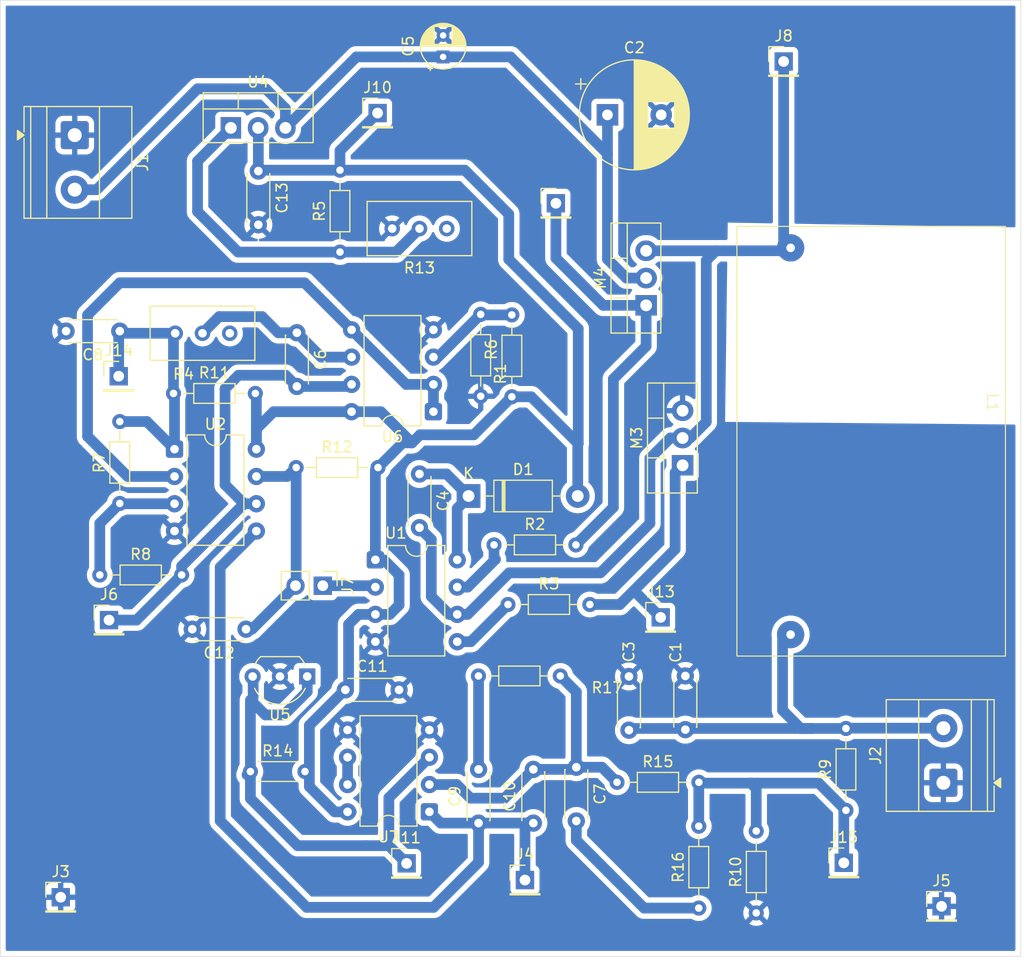
<source format=kicad_pcb>
(kicad_pcb (version 20241229) (generator "pcbnew") (generator_version "9.0")
  (layers (0 "F.Cu" signal) (2 "B.Cu" signal) (13 "F.Paste" user) (15 "B.Paste" user) (5 "F.SilkS" user "F.Silkscreen") (7 "B.SilkS" user "B.Silkscreen") (1 "F.Mask" user) (3 "B.Mask" user) (25 "Edge.Cuts" user))
  (net 0 "")
  (net 1 "GND")
  (net 2 "Vin")
  (net 3 "Vg1")
  (net 4 "HO")
  (net 5 "Vout")
  (net 6 "Net-(C9-Pad2)")
  (net 7 "sampling")
  (net 8 "Net-(C7-Pad2)")
  (net 9 "VCCPWM")
  (net 10 "pwm")
  (net 11 "cuadrada")
  (net 12 "Net-(U2A-+)")
  (net 13 "Triangular")
  (net 14 "LO")
  (net 15 "Vg2")
  (net 16 "Net-(D1-K)")
  (net 17 "error")
  (net 18 "Net-(U2A--)")
  (net 19 "Vref")
  (net 20 "Vd")
  (net 21 "Net-(U4-ADJ)")
  (net 22 "Net-(U6B--)")
  (net 23 "Net-(U7A--)")
  (net 24 "Net-(U7B--)")
  (net 25 "Net-(U6A-+)")
  (net 26 "Net-(J7-Pin_1)")
  (footprint "Package_TO_SOT_THT:TO-220-3_Vertical" (layer "F.Cu") (at 158.6 86.2 90)
    (property "Reference" "M4" (at 2.54 -4.27 90) (layer "F.SilkS"))
    (property "Value" "IRFZ44N")
    (pad "1" thru_hole rect (at 0 0 90) (size 1.905 2) (drill 1.1) (layers "*.Cu" "*.Mask") (net 3 "Vg1"))
    (pad "2" thru_hole oval (at 2.54 0 90) (size 1.905 2) (drill 1.1) (layers "*.Cu" "*.Mask") (net 2 "Vin"))
    (pad "3" thru_hole oval (at 5.08 0 90) (size 1.905 2) (drill 1.1) (layers "*.Cu" "*.Mask") (net 20 "Vd"))
  )
  (footprint "Capacitor_THT:CP_Radial_D10.0mm_P5.00mm" (layer "F.Cu") (at 155 68.467677)
    (property "Reference" "C2" (at 2.5 -6.25 0) (layer "F.SilkS"))
    (property "Value" "470u")
    (pad "1" thru_hole rect (at 0 0) (size 2 2) (drill 1) (layers "*.Cu" "*.Mask") (net 2 "Vin"))
    (pad "2" thru_hole circle (at 5 0) (size 2 2) (drill 1) (layers "*.Cu" "*.Mask") (net 1 "GND"))
  )
  (footprint "Capacitor_THT:C_Disc_D4.3mm_W1.9mm_P5.00mm" (layer "F.Cu") (at 121.35 116.35 180)
    (property "Reference" "C12" (at 2.5 -2.2 0) (layer "F.SilkS"))
    (property "Value" "15p")
    (pad "1" thru_hole circle (at 0 0 180) (size 1.6 1.6) (drill 0.8) (layers "*.Cu" "*.Mask") (net 10 "pwm"))
    (pad "2" thru_hole circle (at 5 0 180) (size 1.6 1.6) (drill 0.8) (layers "*.Cu" "*.Mask") (net 1 "GND"))
  )
  (footprint "Capacitor_THT:C_Disc_D4.3mm_W1.9mm_P5.00mm" (layer "F.Cu") (at 162.25 125.7 90)
    (property "Reference" "C1" (at 7.2 -0.9 90) (layer "F.SilkS"))
    (property "Value" "10u")
    (pad "1" thru_hole circle (at 0 0 90) (size 1.6 1.6) (drill 0.8) (layers "*.Cu" "*.Mask") (net 5 "Vout"))
    (pad "2" thru_hole circle (at 5 0 90) (size 1.6 1.6) (drill 0.8) (layers "*.Cu" "*.Mask") (net 1 "GND"))
  )
  (footprint "Resistor_THT:R_Axial_DIN0204_L3.6mm_D1.6mm_P7.62mm_Horizontal" (layer "F.Cu") (at 168.85 142.76 90)
    (property "Reference" "R10" (at 3.81 -1.92 90) (layer "F.SilkS"))
    (property "Value" "5.6k")
    (pad "1" thru_hole circle (at 0 0 90) (size 1.4 1.4) (drill 0.7) (layers "*.Cu" "*.Mask") (net 1 "GND"))
    (pad "2" thru_hole oval (at 7.62 0 90) (size 1.4 1.4) (drill 0.7) (layers "*.Cu" "*.Mask") (net 7 "sampling"))
  )
  (footprint "Package_TO_SOT_THT:TO-220-3_Vertical" (layer "F.Cu") (at 119.94 69.68)
    (property "Reference" "U4" (at 2.54 -4.27 0) (layer "F.SilkS"))
    (property "Value" "LM317_TO-220")
    (pad "1" thru_hole rect (at 0 0) (size 1.905 2) (drill 1.1) (layers "*.Cu" "*.Mask") (net 21 "Net-(U4-ADJ)"))
    (pad "2" thru_hole oval (at 2.54 0) (size 1.905 2) (drill 1.1) (layers "*.Cu" "*.Mask") (net 9 "VCCPWM"))
    (pad "3" thru_hole oval (at 5.08 0) (size 1.905 2) (drill 1.1) (layers "*.Cu" "*.Mask") (net 2 "Vin"))
  )
  (footprint "Connector_PinHeader_2.54mm:PinHeader_1x01_P2.54mm_Vertical" (layer "F.Cu") (at 159.95 115.25)
    (property "Reference" "J13" (at 0 -2.38 0) (layer "F.SilkS"))
    (property "Value" "Conn_vg2")
    (pad "1" thru_hole rect (at 0 0) (size 1.7 1.7) (drill 1) (layers "*.Cu" "*.Mask") (net 15 "Vg2"))
  )
  (footprint "Capacitor_THT:C_Disc_D4.3mm_W1.9mm_P5.00mm" (layer "F.Cu") (at 109.6 88.6 180)
    (property "Reference" "C8" (at 2.5 -2.2 0) (layer "F.SilkS"))
    (property "Value" "1.5p")
    (pad "1" thru_hole circle (at 0 0 180) (size 1.6 1.6) (drill 0.8) (layers "*.Cu" "*.Mask") (net 11 "cuadrada"))
    (pad "2" thru_hole circle (at 5 0 180) (size 1.6 1.6) (drill 0.8) (layers "*.Cu" "*.Mask") (net 1 "GND"))
  )
  (footprint "Connector_PinHeader_2.54mm:PinHeader_1x01_P2.54mm_Vertical" (layer "F.Cu") (at 133.6 68.3)
    (property "Reference" "J10" (at 0 -2.38 0) (layer "F.SilkS"))
    (property "Value" "Conn_vcc")
    (pad "1" thru_hole rect (at 0 0) (size 1.7 1.7) (drill 1) (layers "*.Cu" "*.Mask") (net 9 "VCCPWM"))
  )
  (footprint "Package_TO_SOT_THT:TO-92_Inline_Wide" (layer "F.Cu") (at 127.05 120.75 180)
    (property "Reference" "U5" (at 2.54 -3.56 0) (layer "F.SilkS"))
    (property "Value" "TL431LP")
    (pad "1" thru_hole rect (at 0 0 180) (size 1.5 1.5) (drill 0.8) (layers "*.Cu" "*.Mask") (net 19 "Vref"))
    (pad "2" thru_hole circle (at 2.54 0 180) (size 1.5 1.5) (drill 0.8) (layers "*.Cu" "*.Mask") (net 1 "GND"))
    (pad "3" thru_hole circle (at 5.08 0 180) (size 1.5 1.5) (drill 0.8) (layers "*.Cu" "*.Mask") (net 19 "Vref"))
  )
  (footprint "Capacitor_THT:C_Disc_D4.3mm_W1.9mm_P5.00mm" (layer "F.Cu") (at 152.1 129.2 -90)
    (property "Reference" "C7" (at 2.5 -2.2 90) (layer "F.SilkS"))
    (property "Value" "0.1n")
    (pad "1" thru_hole circle (at 0 0 270) (size 1.6 1.6) (drill 0.8) (layers "*.Cu" "*.Mask") (net 23 "Net-(U7A--)"))
    (pad "2" thru_hole circle (at 5 0 270) (size 1.6 1.6) (drill 0.8) (layers "*.Cu" "*.Mask") (net 8 "Net-(C7-Pad2)"))
  )
  (footprint "TerminalBlock_Phoenix:TerminalBlock_Phoenix_MKDS-1,5-2-5.08_1x02_P5.08mm_Horizontal" (layer "F.Cu") (at 105.4075 70.355 -90)
    (property "Reference" "J1" (at 2.54 -6.32 90) (layer "F.SilkS"))
    (property "Value" "Vin")
    (pad "1" thru_hole roundrect (at 0 0 270) (size 2.6 2.6) (drill 1.3) (layers "*.Cu" "*.Mask") (roundrect_rratio 0.096154) (net 1 "GND"))
    (pad "2" thru_hole circle (at 5.08 0 270) (size 2.6 2.6) (drill 1.3) (layers "*.Cu" "*.Mask") (net 2 "Vin"))
  )
  (footprint "Connector_PinHeader_2.54mm:PinHeader_1x01_P2.54mm_Vertical" (layer "F.Cu") (at 150.2 76.7)
    (property "Reference" "J12" (hide yes))
    (property "Value" "Conn_vg1")
    (pad "1" thru_hole rect (at 0 0) (size 1.7 1.7) (drill 1) (layers "*.Cu" "*.Mask") (net 3 "Vg1"))
  )
  (footprint "Resistor_THT:R_Axial_DIN0204_L3.6mm_D1.6mm_P7.62mm_Horizontal" (layer "F.Cu") (at 126.02 101.3)
    (property "Reference" "R12" (at 3.81 -1.92 0) (layer "F.SilkS"))
    (property "Value" "1k")
    (pad "1" thru_hole circle (at 0 0) (size 1.4 1.4) (drill 0.7) (layers "*.Cu" "*.Mask") (net 10 "pwm"))
    (pad "2" thru_hole oval (at 7.62 0) (size 1.4 1.4) (drill 0.7) (layers "*.Cu" "*.Mask") (net 9 "VCCPWM"))
  )
  (footprint "Capacitor_THT:C_Disc_D4.3mm_W1.9mm_P5.00mm" (layer "F.Cu") (at 122.5 73.7 -90)
    (property "Reference" "C13" (at 2.5 -2.2 90) (layer "F.SilkS"))
    (property "Value" "0.1u")
    (pad "1" thru_hole circle (at 0 0 270) (size 1.6 1.6) (drill 0.8) (layers "*.Cu" "*.Mask") (net 9 "VCCPWM"))
    (pad "2" thru_hole circle (at 5 0 270) (size 1.6 1.6) (drill 0.8) (layers "*.Cu" "*.Mask") (net 1 "GND"))
  )
  (footprint "Diode_THT:D_DO-41_SOD81_P10.16mm_Horizontal" (layer "F.Cu") (at 142.07 103.95)
    (property "Reference" "D1" (at 5.08 -2.47 0) (layer "F.SilkS"))
    (property "Value" "1N5817")
    (fp_text user "K" (at 0 -2.1 0) (layer "F.SilkS"))
    (pad "1" thru_hole rect (at 0 0) (size 2.2 2.2) (drill 1.1) (layers "*.Cu" "*.Mask") (net 16 "Net-(D1-K)"))
    (pad "2" thru_hole oval (at 10.16 0) (size 2.2 2.2) (drill 1.1) (layers "*.Cu" "*.Mask") (net 9 "VCCPWM"))
  )
  (footprint "Connector_PinHeader_2.54mm:PinHeader_1x01_P2.54mm_Vertical" (layer "F.Cu") (at 186.1 142.15)
    (property "Reference" "J5" (at 0 -2.38 0) (layer "F.SilkS"))
    (property "Value" "Conn_gnd2")
    (pad "1" thru_hole rect (at 0 0) (size 1.7 1.7) (drill 1) (layers "*.Cu" "*.Mask") (net 1 "GND"))
  )
  (footprint "Capacitor_THT:CP_Radial_D4.0mm_P2.00mm" (layer "F.Cu") (at 139.7 63.0726 90)
    (property "Reference" "C5" (at 1 -3.25 90) (layer "F.SilkS"))
    (property "Value" "10u")
    (pad "1" thru_hole rect (at 0 0 90) (size 1.2 1.2) (drill 0.6) (layers "*.Cu" "*.Mask") (net 2 "Vin"))
    (pad "2" thru_hole circle (at 2 0 90) (size 1.2 1.2) (drill 0.6) (layers "*.Cu" "*.Mask") (net 1 "GND"))
  )
  (footprint "Potentiometer_THT:Potentiometer_Bourns_3296W_Vertical" (layer "F.Cu") (at 134.96 79.055 180)
    (property "Reference" "R13" (at -2.54 -3.66 0) (layer "F.SilkS"))
    (property "Value" "R")
    (pad "1" thru_hole circle (at 0 0 180) (size 1.44 1.44) (drill 0.8) (layers "*.Cu" "*.Mask") (net 1 "GND"))
    (pad "2" thru_hole circle (at -2.54 0 180) (size 1.44 1.44) (drill 0.8) (layers "*.Cu" "*.Mask") (net 21 "Net-(U4-ADJ)"))
    (pad "3" thru_hole circle (at -5.08 0 180) (size 1.44 1.44) (drill 0.8) (layers "*.Cu" "*.Mask"))
  )
  (footprint "Capacitor_THT:C_Disc_D4.3mm_W1.9mm_P5.00mm" (layer "F.Cu") (at 148.1 134.4 90)
    (property "Reference" "C10" (at 2.5 -2.2 90) (layer "F.SilkS"))
    (property "Value" "1n")
    (pad "1" thru_hole circle (at 0 0 90) (size 1.6 1.6) (drill 0.8) (layers "*.Cu" "*.Mask") (net 17 "error"))
    (pad "2" thru_hole circle (at 5 0 90) (size 1.6 1.6) (drill 0.8) (layers "*.Cu" "*.Mask") (net 23 "Net-(U7A--)"))
  )
  (footprint "Resistor_THT:R_Axial_DIN0204_L3.6mm_D1.6mm_P7.62mm_Horizontal" (layer "F.Cu") (at 107.74 111.3)
    (property "Reference" "R8" (at 3.81 -1.92 0) (layer "F.SilkS"))
    (property "Value" "47k")
    (pad "1" thru_hole circle (at 0 0) (size 1.4 1.4) (drill 0.7) (layers "*.Cu" "*.Mask") (net 12 "Net-(U2A-+)"))
    (pad "2" thru_hole oval (at 7.62 0) (size 1.4 1.4) (drill 0.7) (layers "*.Cu" "*.Mask") (net 13 "Triangular"))
  )
  (footprint "Resistor_THT:R_Axial_DIN0204_L3.6mm_D1.6mm_P7.62mm_Horizontal" (layer "F.Cu") (at 144.44 108.5)
    (property "Reference" "R2" (at 3.81 -1.92 0) (layer "F.SilkS"))
    (property "Value" "20")
    (pad "1" thru_hole circle (at 0 0) (size 1.4 1.4) (drill 0.7) (layers "*.Cu" "*.Mask") (net 4 "HO"))
    (pad "2" thru_hole oval (at 7.62 0) (size 1.4 1.4) (drill 0.7) (layers "*.Cu" "*.Mask") (net 3 "Vg1"))
  )
  (footprint "Connector_PinHeader_2.54mm:PinHeader_1x02_P2.54mm_Vertical" (layer "F.Cu") (at 128.5 112.3 -90)
    (property "Reference" "J7" (at 0 -2.33 90) (layer "F.SilkS"))
    (property "Value" "Conn_01x02_Pin")
    (pad "1" thru_hole rect (at 0 0 270) (size 1.7 1.7) (drill 1) (layers "*.Cu" "*.Mask") (net 26 "Net-(J7-Pin_1)"))
    (pad "2" thru_hole oval (at 0 2.54 270) (size 1.7 1.7) (drill 1) (layers "*.Cu" "*.Mask") (net 10 "pwm"))
  )
  (footprint "Connector_PinHeader_2.54mm:PinHeader_1x01_P2.54mm_Vertical" (layer "F.Cu") (at 136.3 138.15)
    (property "Reference" "J11" (at 0 -2.38 0) (layer "F.SilkS"))
    (property "Value" "Conn_vref" (hide yes))
    (pad "1" thru_hole rect (at 0 0) (size 1.7 1.7) (drill 1) (layers "*.Cu" "*.Mask") (net 19 "Vref"))
  )
  (footprint "Resistor_THT:R_Axial_DIN0204_L3.6mm_D1.6mm_P7.62mm_Horizontal" (layer "F.Cu") (at 143.2 87.04 -90)
    (property "Reference" "R1" (at 5.54 -1.834819 270) (layer "F.SilkS"))
    (property "Value" "100k")
    (pad "1" thru_hole circle (at 0 0 270) (size 1.4 1.4) (drill 0.7) (layers "*.Cu" "*.Mask") (net 25 "Net-(U6A-+)"))
    (pad "2" thru_hole oval (at 7.62 0 270) (size 1.4 1.4) (drill 0.7) (layers "*.Cu" "*.Mask") (net 1 "GND"))
  )
  (footprint "Capacitor_THT:C_Disc_D4.3mm_W1.9mm_P5.00mm" (layer "F.Cu") (at 126.087096 88.751263 -90)
    (property "Reference" "C6" (at 2.5 -2.2 90) (layer "F.SilkS"))
    (property "Value" "33p")
    (pad "1" thru_hole circle (at 0 0 270) (size 1.6 1.6) (drill 0.8) (layers "*.Cu" "*.Mask") (net 22 "Net-(U6B--)"))
    (pad "2" thru_hole circle (at 5 0 270) (size 1.6 1.6) (drill 0.8) (layers "*.Cu" "*.Mask") (net 13 "Triangular"))
  )
  (footprint "TerminalBlock_Phoenix:TerminalBlock_Phoenix_MKDS-1,5-2-5.08_1x02_P5.08mm_Horizontal" (layer "F.Cu") (at 186.2725 130.645 90)
    (property "Reference" "J2" (at 2.54 -6.32 90) (layer "F.SilkS"))
    (property "Value" "Vout")
    (pad "1" thru_hole roundrect (at 0 0 90) (size 2.6 2.6) (drill 1.3) (layers "*.Cu" "*.Mask") (roundrect_rratio 0.096154) (net 1 "GND"))
    (pad "2" thru_hole circle (at 5.08 0 90) (size 2.6 2.6) (drill 1.3) (layers "*.Cu" "*.Mask") (net 5 "Vout"))
  )
  (footprint "Resistor_THT:R_Axial_DIN0204_L3.6mm_D1.6mm_P7.62mm_Horizontal" (layer "F.Cu") (at 145.74 114.05)
    (property "Reference" "R3" (at 3.81 -1.92 0) (layer "F.SilkS"))
    (property "Value" "20")
    (pad "1" thru_hole circle (at 0 0) (size 1.4 1.4) (drill 0.7) (layers "*.Cu" "*.Mask") (net 14 "LO"))
    (pad "2" thru_hole oval (at 7.62 0) (size 1.4 1.4) (drill 0.7) (layers "*.Cu" "*.Mask") (net 15 "Vg2"))
  )
  (footprint "Potentiometer_THT:Potentiometer_Bourns_3296W_Vertical" (layer "F.Cu") (at 114.76 88.8 180)
    (property "Reference" "R4" (at -0.78 -3.8 0) (layer "F.SilkS"))
    (property "Value" "100k")
    (pad "1" thru_hole circle (at 0 0 180) (size 1.44 1.44) (drill 0.8) (layers "*.Cu" "*.Mask") (net 11 "cuadrada"))
    (pad "2" thru_hole circle (at -2.54 0 180) (size 1.44 1.44) (drill 0.8) (layers "*.Cu" "*.Mask") (net 22 "Net-(U6B--)"))
    (pad "3" thru_hole circle (at -5.08 0 180) (size 1.44 1.44) (drill 0.8) (layers "*.Cu" "*.Mask"))
  )
  (footprint "Capacitor_THT:C_Disc_D4.3mm_W1.9mm_P5.00mm" (layer "F.Cu") (at 137.5 101.9 -90)
    (property "Reference" "C4" (at 2.5 -2.2 90) (layer "F.SilkS"))
    (property "Value" "10n")
    (pad "1" thru_hole circle (at 0 0 270) (size 1.6 1.6) (drill 0.8) (layers "*.Cu" "*.Mask") (net 16 "Net-(D1-K)"))
    (pad "2" thru_hole circle (at 5 0 270) (size 1.6 1.6) (drill 0.8) (layers "*.Cu" "*.Mask") (net 20 "Vd"))
  )
  (footprint "inductor:Untitled" (layer "F.Cu") (at 192.05 78.85 -90)
    (property "Reference" "L1" (at 16.4 1.2 270) (layer "F.SilkS") (effects (font (thickness 0.1))))
    (property "Value" "300u")
    (pad "1" thru_hole circle (at 2 20 270) (size 2.54 2.54) (drill 0.8) (layers "*.Cu" "*.Mask") (net 20 "Vd"))
    (pad "2" thru_hole circle (at 38 20 270) (size 2.54 2.54) (drill 0.8) (layers "*.Cu" "*.Mask") (net 5 "Vout"))
  )
  (footprint "Package_DIP:DIP-8_W7.62mm" (layer "F.Cu") (at 138.425 133.35 180)
    (property "Reference" "U7" (at 3.81 -2.33 0) (layer "F.SilkS"))
    (property "Value" "TL082" (hide yes))
    (pad "1" thru_hole roundrect (at 0 0 180) (size 1.6 1.6) (drill 0.8) (layers "*.Cu" "*.Mask") (roundrect_rratio 0.15625) (net 17 "error"))
    (pad "2" thru_hole circle (at 0 2.54 180) (size 1.6 1.6) (drill 0.8) (layers "*.Cu" "*.Mask") (net 23 "Net-(U7A--)"))
    (pad "3" thru_hole circle (at 0 5.08 180) (size 1.6 1.6) (drill 0.8) (layers "*.Cu" "*.Mask") (net 19 "Vref"))
    (pad "4" thru_hole circle (at 0 7.62 180) (size 1.6 1.6) (drill 0.8) (layers "*.Cu" "*.Mask") (net 1 "GND"))
    (pad "5" thru_hole circle (at 7.62 7.62 180) (size 1.6 1.6) (drill 0.8) (layers "*.Cu" "*.Mask") (net 1 "GND"))
    (pad "6" thru_hole circle (at 7.62 5.08 180) (size 1.6 1.6) (drill 0.8) (layers "*.Cu" "*.Mask") (net 24 "Net-(U7B--)"))
    (pad "7" thru_hole circle (at 7.62 2.54 180) (size 1.6 1.6) (drill 0.8) (layers "*.Cu" "*.Mask") (net 24 "Net-(U7B--)"))
    (pad "8" thru_hole circle (at 7.62 0 180) (size 1.6 1.6) (drill 0.8) (layers "*.Cu" "*.Mask") (net 9 "VCCPWM"))
  )
  (footprint "Resistor_THT:R_Axial_DIN0204_L3.6mm_D1.6mm_P7.62mm_Horizontal" (layer "F.Cu") (at 146.1 94.71 90)
    (property "Reference" "R6" (at 4.41 -1.92 90) (layer "F.SilkS"))
    (property "Value" "100k")
    (pad "1" thru_hole circle (at 0 0 90) (size 1.4 1.4) (drill 0.7) (layers "*.Cu" "*.Mask") (net 9 "VCCPWM"))
    (pad "2" thru_hole oval (at 7.62 0 90) (size 1.4 1.4) (drill 0.7) (layers "*.Cu" "*.Mask") (net 25 "Net-(U6A-+)"))
  )
  (footprint "Resistor_THT:R_Axial_DIN0204_L3.6mm_D1.6mm_P5.08mm_Horizontal" (layer "F.Cu") (at 121.76 129.6)
    (property "Reference" "R14" (at 2.54 -1.92 0) (layer "F.SilkS"))
    (property "Value" "R")
    (pad "1" thru_hole circle (at 0 0) (size 1.4 1.4) (drill 0.7) (layers "*.Cu" "*.Mask") (net 19 "Vref"))
    (pad "2" thru_hole oval (at 5.08 0) (size 1.4 1.4) (drill 0.7) (layers "*.Cu" "*.Mask") (net 9 "VCCPWM"))
  )
  (footprint "Connector_PinHeader_2.54mm:PinHeader_1x01_P2.54mm_Vertical" (layer "F.Cu") (at 104.1 141.3)
    (property "Reference" "J3" (at 0 -2.38 0) (layer "F.SilkS"))
    (property "Value" "Conn_gnd")
    (pad "1" thru_hole rect (at 0 0) (size 1.7 1.7) (drill 1) (layers "*.Cu" "*.Mask") (net 1 "GND"))
  )
  (footprint "Package_DIP:DIP-8_W7.62mm" (layer "F.Cu") (at 138.8 96.1 180)
    (property "Reference" "U6" (at 3.81 -2.33 0) (layer "F.SilkS"))
    (property "Value" "TL082")
    (pad "1" thru_hole roundrect (at 0 0 180) (size 1.6 1.6) (drill 0.8) (layers "*.Cu" "*.Mask") (roundrect_rratio 0.15625) (net 18 "Net-(U2A--)"))
    (pad "2" thru_hole circle (at 0 2.54 180) (size 1.6 1.6) (drill 0.8) (layers "*.Cu" "*.Mask") (net 18 "Net-(U2A--)"))
    (pad "3" thru_hole circle (at 0 5.08 180) (size 1.6 1.6) (drill 0.8) (layers "*.Cu" "*.Mask") (net 25 "Net-(U6A-+)"))
    (pad "4" thru_hole circle (at 0 7.62 180) (size 1.6 1.6) (drill 0.8) (layers "*.Cu" "*.Mask") (net 1 "GND"))
    (pad "5" thru_hole circle (at 7.62 7.62 180) (size 1.6 1.6) (drill 0.8) (layers "*.Cu" "*.Mask") (net 18 "Net-(U2A--)"))
    (pad "6" thru_hole circle (at 7.62 5.08 180) (size 1.6 1.6) (drill 0.8) (layers "*.Cu" "*.Mask") (net 22 "Net-(U6B--)"))
    (pad "7" thru_hole circle (at 7.62 2.54 180) (size 1.6 1.6) (drill 0.8) (layers "*.Cu" "*.Mask") (net 13 "Triangular"))
    (pad "8" thru_hole circle (at 7.62 0 180) (size 1.6 1.6) (drill 0.8) (layers "*.Cu" "*.Mask") (net 9 "VCCPWM"))
  )
  (footprint "Capacitor_THT:C_Disc_D4.3mm_W1.9mm_P5.00mm" (layer "F.Cu") (at 157 125.75 90)
    (property "Reference" "C3" (at 7.3 0 90) (layer "F.SilkS"))
    (property "Value" "1n")
    (pad "1" thru_hole circle (at 0 0 90) (size 1.6 1.6) (drill 0.8) (layers "*.Cu" "*.Mask") (net 5 "Vout"))
    (pad "2" thru_hole circle (at 5 0 90) (size 1.6 1.6) (drill 0.8) (layers "*.Cu" "*.Mask") (net 1 "GND"))
  )
  (footprint "Package_DIP:DIP-8_W7.62mm" (layer "F.Cu") (at 133.395 109.89)
    (property "Reference" "U1" (at 1.905 -2.49 0) (layer "F.SilkS"))
    (property "Value" "IR2104")
    (pad "1" thru_hole roundrect (at 0 0) (size 1.6 1.6) (drill 0.8) (layers "*.Cu" "*.Mask") (roundrect_rratio 0.15625) (net 9 "VCCPWM"))
    (pad "2" thru_hole circle (at 0 2.54) (size 1.6 1.6) (drill 0.8) (layers "*.Cu" "*.Mask") (net 26 "Net-(J7-Pin_1)"))
    (pad "3" thru_hole circle (at 0 5.08) (size 1.6 1.6) (drill 0.8) (layers "*.Cu" "*.Mask") (net 9 "VCCPWM"))
    (pad "4" thru_hole circle (at 0 7.62) (size 1.6 1.6) (drill 0.8) (layers "*.Cu" "*.Mask") (net 1 "GND"))
    (pad "5" thru_hole circle (at 7.62 7.62) (size 1.6 1.6) (drill 0.8) (layers "*.Cu" "*.Mask") (net 14 "LO"))
    (pad "6" thru_hole circle (at 7.62 5.08) (size 1.6 1.6) (drill 0.8) (layers "*.Cu" "*.Mask") (net 20 "Vd"))
    (pad "7" thru_hole circle (at 7.62 2.54) (size 1.6 1.6) (drill 0.8) (layers "*.Cu" "*.Mask") (net 4 "HO"))
    (pad "8" thru_hole circle (at 7.62 0) (size 1.6 1.6) (drill 0.8) (layers "*.Cu" "*.Mask") (net 16 "Net-(D1-K)"))
  )
  (footprint "Capacitor_THT:C_Disc_D4.3mm_W1.9mm_P5.00mm" (layer "F.Cu") (at 130.6 122)
    (property "Reference" "C11" (at 2.5 -2.2 0) (layer "F.SilkS"))
    (property "Value" "10n")
    (pad "1" thru_hole circle (at 0 0) (size 1.6 1.6) (drill 0.8) (layers "*.Cu" "*.Mask") (net 9 "VCCPWM"))
    (pad "2" thru_hole circle (at 5 0) (size 1.6 1.6) (drill 0.8) (layers "*.Cu" "*.Mask") (net 1 "GND"))
  )
  (footprint "Resistor_THT:R_Axial_DIN0204_L3.6mm_D1.6mm_P7.62mm_Horizontal" (layer "F.Cu") (at 177.2 133.21 90)
    (property "Reference" "R9" (at 3.81 -1.92 90) (layer "F.SilkS"))
    (property "Value" "15k")
    (pad "1" thru_hole circle (at 0 0 90) (size 1.4 1.4) (drill 0.7) (layers "*.Cu" "*.Mask") (net 7 "sampling"))
    (pad "2" thru_hole oval (at 7.62 0 90) (size 1.4 1.4) (drill 0.7) (layers "*.Cu" "*.Mask") (net 5 "Vout"))
  )
  (footprint "Connector_PinHeader_2.54mm:PinHeader_1x01_P2.54mm_Vertical" (layer "F.Cu") (at 109.5 92.8)
    (property "Reference" "J14" (at 0 -2.38 0) (layer "F.SilkS"))
    (property "Value" "Conn_cuadrada")
    (pad "1" thru_hole rect (at 0 0) (size 1.7 1.7) (drill 1) (layers "*.Cu" "*.Mask") (net 11 "cuadrada"))
  )
  (footprint "Resistor_THT:R_Axial_DIN0204_L3.6mm_D1.6mm_P7.62mm_Horizontal" (layer "F.Cu") (at 130.1 81.24 90)
    (property "Reference" "R5" (at 3.81 -1.92 90) (layer "F.SilkS"))
    (property "Value" "R")
    (pad "1" thru_hole circle (at 0 0 90) (size 1.4 1.4) (drill 0.7) (layers "*.Cu" "*.Mask") (net 21 "Net-(U4-ADJ)"))
    (pad "2" thru_hole oval (at 7.62 0 90) (size 1.4 1.4) (drill 0.7) (layers "*.Cu" "*.Mask") (net 9 "VCCPWM"))
  )
  (footprint "Resistor_THT:R_Axial_DIN0204_L3.6mm_D1.6mm_P7.62mm_Horizontal" (layer "F.Cu") (at 155.89 130.6)
    (property "Reference" "R15" (at 3.81 -1.92 0) (layer "F.SilkS"))
    (property "Value" "10k")
    (pad "1" thru_hole circle (at 0 0) (size 1.4 1.4) (drill 0.7) (layers "*.Cu" "*.Mask") (net 23 "Net-(U7A--)"))
    (pad "2" thru_hole oval (at 7.62 0) (size 1.4 1.4) (drill 0.7) (layers "*.Cu" "*.Mask") (net 7 "sampling"))
  )
  (footprint "Capacitor_THT:C_Disc_D4.3mm_W1.9mm_P5.00mm" (layer "F.Cu") (at 143 134.4 90)
    (property "Reference" "C9" (at 2.5 -2.2 90) (layer "F.SilkS"))
    (property "Value" "100n")
    (pad "1" thru_hole circle (at 0 0 90) (size 1.6 1.6) (drill 0.8) (layers "*.Cu" "*.Mask") (net 17 "error"))
    (pad "2" thru_hole circle (at 5 0 90) (size 1.6 1.6) (drill 0.8) (layers "*.Cu" "*.Mask") (net 6 "Net-(C9-Pad2)"))
  )
  (footprint "Connector_PinHeader_2.54mm:PinHeader_1x01_P2.54mm_Vertical" (layer "F.Cu") (at 108.6 115.5)
    (property "Reference" "J6" (at 0 -2.38 0) (layer "F.SilkS"))
    (property "Value" "Conn_triangular")
    (pad "1" thru_hole rect (at 0 0) (size 1.7 1.7) (drill 1) (layers "*.Cu" "*.Mask") (net 13 "Triangular"))
  )
  (footprint "Package_DIP:DIP-8_W7.62mm" (layer "F.Cu") (at 114.695 99.59)
    (property "Reference" "U2" (at 3.81 -2.33 0) (layer "F.SilkS"))
    (property "Value" "LM393")
    (pad "1" thru_hole roundrect (at 0 0) (size 1.6 1.6) (drill 0.8) (layers "*.Cu" "*.Mask") (roundrect_rratio 0.15625) (net 11 "cuadrada"))
    (pad "2" thru_hole circle (at 0 2.54) (size 1.6 1.6) (drill 0.8) (layers "*.Cu" "*.Mask") (net 18 "Net-(U2A--)"))
    (pad "3" thru_hole circle (at 0 5.08) (size 1.6 1.6) (drill 0.8) (layers "*.Cu" "*.Mask") (net 12 "Net-(U2A-+)"))
    (pad "4" thru_hole circle (at 0 7.62) (size 1.6 1.6) (drill 0.8) (layers "*.Cu" "*.Mask") (net 1 "GND"))
    (pad "5" thru_hole circle (at 7.62 7.62) (size 1.6 1.6) (drill 0.8) (layers "*.Cu" "*.Mask") (net 17 "error"))
    (pad "6" thru_hole circle (at 7.62 5.08) (size 1.6 1.6) (drill 0.8) (layers "*.Cu" "*.Mask") (net 13 "Triangular"))
    (pad "7" thru_hole circle (at 7.62 2.54) (size 1.6 1.6) (drill 0.8) (layers "*.Cu" "*.Mask") (net 10 "pwm"))
    (pad "8" thru_hole circle (at 7.62 0) (size 1.6 1.6) (drill 0.8) (layers "*.Cu" "*.Mask") (net 9 "VCCPWM"))
  )
  (footprint "Connector_PinHeader_2.54mm:PinHeader_1x01_P2.54mm_Vertical" (layer "F.Cu") (at 147.32 139.7)
    (property "Reference" "J4" (at 0 -2.38 0) (layer "F.SilkS"))
    (property "Value" "Conn_error")
    (pad "1" thru_hole rect (at 0 0) (size 1.7 1.7) (drill 1) (layers "*.Cu" "*.Mask") (net 17 "error"))
  )
  (footprint "Resistor_THT:R_Axial_DIN0204_L3.6mm_D1.6mm_P7.62mm_Horizontal" (layer "F.Cu") (at 163.5 142.31 90)
    (property "Reference" "R16" (at 3.81 -1.92 90) (layer "F.SilkS"))
    (property "Value" "500")
    (pad "1" thru_hole circle (at 0 0 90) (size 1.4 1.4) (drill 0.7) (layers "*.Cu" "*.Mask") (net 8 "Net-(C7-Pad2)"))
    (pad "2" thru_hole oval (at 7.62 0 90) (size 1.4 1.4) (drill 0.7) (layers "*.Cu" "*.Mask") (net 7 "sampling"))
  )
  (footprint "Resistor_THT:R_Axial_DIN0204_L3.6mm_D1.6mm_P7.62mm_Horizontal" (layer "F.Cu") (at 109.6 104.64 90)
    (property "Reference" "R7" (at 3.81 -1.92 90) (layer "F.SilkS"))
    (property "Value" "100k")
    (pad "1" thru_hole circle (at 0 0 90) (size 1.4 1.4) (drill 0.7) (layers "*.Cu" "*.Mask") (net 12 "Net-(U2A-+)"))
    (pad "2" thru_hole oval (at 7.62 0 90) (size 1.4 1.4) (drill 0.7) (layers "*.Cu" "*.Mask") (net 11 "cuadrada"))
  )
  (footprint "Resistor_THT:R_Axial_DIN0204_L3.6mm_D1.6mm_P7.62mm_Horizontal" (layer "F.Cu") (at 142.99 120.7)
    (property "Reference" "R17" (at 11.98 1.1 0) (layer "F.SilkS"))
    (property "Value" "10k")
    (pad "1" thru_hole circle (at 0 0) (size 1.4 1.4) (drill 0.7) (layers "*.Cu" "*.Mask") (net 6 "Net-(C9-Pad2)"))
    (pad "2" thru_hole oval (at 7.62 0) (size 1.4 1.4) (drill 0.7) (layers "*.Cu" "*.Mask") (net 23 "Net-(U7A--)"))
  )
  (footprint "Connector_PinHeader_2.54mm:PinHeader_1x01_P2.54mm_Vertical" (layer "F.Cu") (at 177 138.1)
    (property "Reference" "J15" (at 0 -2.38 0) (layer "F.SilkS"))
    (property "Value" "Conn_sampling")
    (pad "1" thru_hole rect (at 0 0) (size 1.7 1.7) (drill 1) (layers "*.Cu" "*.Mask") (net 7 "sampling"))
  )
  (footprint "Connector_PinHeader_2.54mm:PinHeader_1x01_P2.54mm_Vertical" (layer "F.Cu") (at 171.4 63.5)
    (property "Reference" "J8" (at 0 -2.38 0) (layer "F.SilkS"))
    (property "Value" "Conn_vd")
    (pad "1" thru_hole rect (at 0 0) (size 1.7 1.7) (drill 1) (layers "*.Cu" "*.Mask") (net 20 "Vd"))
  )
  (footprint "Package_TO_SOT_THT:TO-220-3_Vertical" (layer "F.Cu") (at 161.995 101.09 90)
    (property "Reference" "M3" (at 2.54 -4.27 90) (layer "F.SilkS"))
    (property "Value" "IRFZ44N")
    (pad "1" thru_hole rect (at 0 0 90) (size 1.905 2) (drill 1.1) (layers "*.Cu" "*.Mask") (net 15 "Vg2"))
    (pad "2" thru_hole oval (at 2.54 0 90) (size 1.905 2) (drill 1.1) (layers "*.Cu" "*.Mask") (net 20 "Vd"))
    (pad "3" thru_hole oval (at 5.08 0 90) (size 1.905 2) (drill 1.1) (layers "*.Cu" "*.Mask") (net 1 "GND"))
  )
  (footprint "Resistor_THT:R_Axial_DIN0204_L3.6mm_D1.6mm_P7.62mm_Horizontal" (layer "F.Cu") (at 114.6 94.4)
    (property "Reference" "R11" (at 3.81 -1.92 0) (layer "F.SilkS"))
    (property "Value" "1k")
    (pad "1" thru_hole circle (at 0 0) (size 1.4 1.4) (drill 0.7) (layers "*.Cu" "*.Mask") (net 11 "cuadrada"))
    (pad "2" thru_hole oval (at 7.62 0) (size 1.4 1.4) (drill 0.7) (layers "*.Cu" "*.Mask") (net 9 "VCCPWM"))
  )
  (gr_line (start 193.48 146.8) (end 193.48 57.8) (stroke (width 0.05)) (layer "Edge.Cuts"))
  (gr_line (start 193.48 57.8) (end 98.48 57.8) (stroke (width 0.05)) (layer "Edge.Cuts"))
  (gr_line (start 98.48 57.8) (end 98.48 146.8) (stroke (width 0.05)) (layer "Edge.Cuts"))
  (gr_line (start 98.48 146.8) (end 193.48 146.8) (stroke (width 0.05)) (layer "Edge.Cuts"))
  (segment (start 155 68.467677) (end 155 72.1) (width 1) (layer "B.Cu") (net 2))
  (segment (start 145.9726 63.0726) (end 155 72.1) (width 1) (layer "B.Cu") (net 2))
  (segment (start 154.995078 68.472599) (end 155 68.467677) (width 1) (layer "B.Cu") (net 2))
  (segment (start 125.02 67.87) (end 123.19 66.04) (width 1) (layer "B.Cu") (net 2))
  (segment (start 158.6 83.66) (end 156.76 83.66) (width 1) (layer "B.Cu") (net 2))
  (segment (start 155 81.9) (end 155 72.9) (width 1) (layer "B.Cu") (net 2))
  (segment (start 125.02 69.68) (end 131.6274 63.0726) (width 1) (layer "B.Cu") (net 2))
  (segment (start 116.84 66.04) (end 123.19 66.04) (width 1) (layer "B.Cu") (net 2))
  (segment (start 155 72.1) (end 155 72.9) (width 1) (layer "B.Cu") (net 2))
  (segment (start 125.02 69.68) (end 125.02 67.87) (width 1) (layer "B.Cu") (net 2))
  (segment (start 105.4075 75.435) (end 107.445 75.435) (width 1) (layer "B.Cu") (net 2))
  (segment (start 156.76 83.66) (end 155 81.9) (width 1) (layer "B.Cu") (net 2))
  (segment (start 139.7 63.0726) (end 145.9726 63.0726) (width 1) (layer "B.Cu") (net 2))
  (segment (start 131.6274 63.0726) (end 139.7 63.0726) (width 1) (layer "B.Cu") (net 2))
  (segment (start 107.445 75.435) (end 116.84 66.04) (width 1) (layer "B.Cu") (net 2))
  (segment (start 155.55 105) (end 155.55 93.05) (width 1) (layer "B.Cu") (net 3))
  (segment (start 155.55 93.05) (end 158.6 90) (width 1) (layer "B.Cu") (net 3))
  (segment (start 152.06 108.49) (end 155.55 105) (width 1) (layer "B.Cu") (net 3))
  (segment (start 152.06 108.5) (end 152.06 108.49) (width 1) (layer "B.Cu") (net 3))
  (segment (start 158.6 86.2) (end 154.6 86.2) (width 1) (layer "B.Cu") (net 3))
  (segment (start 150.2 81.8) (end 150.2 76.7) (width 1) (layer "B.Cu") (net 3))
  (segment (start 158.6 90) (end 158.6 86.2) (width 1) (layer "B.Cu") (net 3))
  (segment (start 154.6 86.2) (end 150.2 81.8) (width 1) (layer "B.Cu") (net 3))
  (segment (start 144.44 109.713088) (end 144.44 108.5) (width 1) (layer "B.Cu") (net 4))
  (segment (start 141.988198 112.43) (end 144.572555 109.845643) (width 1) (layer "B.Cu") (net 4))
  (segment (start 144.572555 109.845643) (end 144.44 109.713088) (width 1) (layer "B.Cu") (net 4))
  (segment (start 141.015 112.43) (end 141.988198 112.43) (width 1) (layer "B.Cu") (net 4))
  (segment (start 186.2725 125.565) (end 177.225 125.565) (width 1) (layer "B.Cu") (net 5))
  (segment (start 162.7 125.7) (end 162.25 125.7) (width 1) (layer "B.Cu") (net 5))
  (segment (start 162.8 125.59) (end 162.36 125.59) (width 1) (layer "B.Cu") (net 5))
  (segment (start 177.225 125.565) (end 177.2 125.59) (width 1) (layer "B.Cu") (net 5))
  (segment (start 162.8 125.59) (end 157.16 125.59) (width 1) (layer "B.Cu") (net 5))
  (segment (start 171.3 116.9) (end 171.3 123.9) (width 1) (layer "B.Cu") (net 5))
  (segment (start 174 125.59) (end 162.8 125.59) (width 1) (layer "B.Cu") (net 5))
  (segment (start 157.16 125.59) (end 157 125.75) (width 1) (layer "B.Cu") (net 5))
  (segment (start 162.36 125.59) (end 162.25 125.7) (width 1) (layer "B.Cu") (net 5))
  (segment (start 172.99 125.59) (end 174 125.59) (width 1) (layer "B.Cu") (net 5))
  (segment (start 174 125.59) (end 177.2 125.59) (width 1) (layer "B.Cu") (net 5))
  (segment (start 171.3 123.9) (end 172.99 125.59) (width 1) (layer "B.Cu") (net 5))
  (segment (start 143 120.71) (end 142.99 120.7) (width 1) (layer "B.Cu") (net 6))
  (segment (start 143 129.4) (end 143 120.71) (width 1) (layer "B.Cu") (net 6))
  (segment (start 168.85 131.18) (end 168.35 130.68) (width 1) (layer "B.Cu") (net 7))
  (segment (start 163.59 130.68) (end 163.51 130.6) (width 1) (layer "B.Cu") (net 7))
  (segment (start 169 130.68) (end 168.35 130.68) (width 1) (layer "B.Cu") (net 7))
  (segment (start 163.5 134.69) (end 163.5 130.61) (width 1) (layer "B.Cu") (net 7))
  (segment (start 168.35 130.68) (end 163.59 130.68) (width 1) (layer "B.Cu") (net 7))
  (segment (start 163.5 130.61) (end 163.51 130.6) (width 1) (layer "B.Cu") (net 7))
  (segment (start 177 133.41) (end 177.2 133.21) (width 1) (layer "B.Cu") (net 7))
  (segment (start 169 130.68) (end 174.67 130.68) (width 1) (layer "B.Cu") (net 7))
  (segment (start 177 138.1) (end 177 133.41) (width 1) (layer "B.Cu") (net 7))
  (segment (start 174.67 130.68) (end 177.2 133.21) (width 1) (layer "B.Cu") (net 7))
  (segment (start 168.85 135.14) (end 168.85 131.18) (width 1) (layer "B.Cu") (net 7))
  (segment (start 152.1 136) (end 158.41 142.31) (width 1) (layer "B.Cu") (net 8))
  (segment (start 152.1 134.2) (end 152.1 136) (width 1) (layer "B.Cu") (net 8))
  (segment (start 158.41 142.31) (end 163.5 142.31) (width 1) (layer "B.Cu") (net 8))
  (segment (start 152.23 99.13) (end 152.28 99.08) (width 1) (layer "B.Cu") (net 9))
  (segment (start 152.28 88.38) (end 152.28 99.08) (width 1) (layer "B.Cu") (net 9))
  (segment (start 134.19 109.89) (end 133.395 109.89) (width 1) (layer "B.Cu") (net 9))
  (segment (start 130.1 73.62) (end 130.1 71.8) (width 1) (layer "B.Cu") (net 9))
  (segment (start 130.9 115.9) (end 130.9 121.7) (width 1) (layer "B.Cu") (net 9))
  (segment (start 145.812273 81.912273) (end 152.28 88.38) (width 1) (layer "B.Cu") (net 9))
  (segment (start 122.315 99.59) (end 122.315 97.705) (width 1) (layer "B.Cu") (net 9))
  (segment (start 127.25 131) (end 127.25 125.3) (width 1) (layer "B.Cu") (net 9))
  (segment (start 137.55 98.25) (end 142.56 98.25) (width 1) (layer "B.Cu") (net 9))
  (segment (start 127.25 125.3) (end 130.55 122) (width 1) (layer "B.Cu") (net 9))
  (segment (start 122.315 99.59) (end 122.315 94.495) (width 1) (layer "B.Cu") (net 9))
  (segment (start 122.22 99.495) (end 122.315 99.59) (width 1) (layer "B.Cu") (net 9))
  (segment (start 130.805 133.35) (end 129.6 133.35) (width 1) (layer "B.Cu") (net 9))
  (segment (start 133.395 101.545) (end 133.64 101.3) (width 1) (layer "B.Cu") (net 9))
  (segment (start 134.73 114.97) (end 135.6 114.1) (width 1) (layer "B.Cu") (net 9))
  (segment (start 130.9 115.9) (end 131.83 114.97) (width 1) (layer "B.Cu") (net 9))
  (segment (start 142.56 98.25) (end 146.1 94.71) (width 1) (layer "B.Cu") (net 9))
  (segment (start 122.315 94.495) (end 122.22 94.4) (width 1) (layer "B.Cu") (net 9))
  (segment (start 130.805 133.35) (end 131.15414 133.35) (width 1) (layer "B.Cu") (net 9))
  (segment (start 152.23 103.95) (end 152.23 99.13) (width 1) (layer "B.Cu") (net 9))
  (segment (start 152.28 99.08) (end 149.31 96.11) (width 1) (layer "B.Cu") (net 9))
  (segment (start 133.395 114.97) (end 134.73 114.97) (width 1) (layer "B.Cu") (net 9))
  (segment (start 146.1 94.71) (end 147.9 94.71) (width 1) (layer "B.Cu") (net 9))
  (segment (start 130.1 73.62) (end 122.58 73.62) (width 1) (layer "B.Cu") (net 9))
  (segment (start 136.8 99) (end 137.55 98.25) (width 1) (layer "B.Cu") (net 9))
  (segment (start 135.6 114.1) (end 135.6 111.3) (width 1) (layer "B.Cu") (net 9))
  (segment (start 141.724546 73.62) (end 145.812273 77.707727) (width 1) (layer "B.Cu") (net 9))
  (segment (start 149.31 96.11) (end 149.3 96.11) (width 1) (layer "B.Cu") (net 9))
  (segment (start 122.58 73.62) (end 122.5 73.7) (width 1) (layer "B.Cu") (net 9))
  (segment (start 122.5 73.7) (end 122.5 69.7) (width 1) (layer "B.Cu") (net 9))
  (segment (start 135.6 111.3) (end 134.19 109.89) (width 1) (layer "B.Cu") (net 9))
  (segment (start 129.6 133.35) (end 127.25 131) (width 1) (layer "B.Cu") (net 9))
  (segment (start 122.315 97.705) (end 123.92 96.1) (width 1) (layer "B.Cu") (net 9))
  (segment (start 130.9 121.7) (end 130.6 122) (width 1) (layer "B.Cu") (net 9))
  (segment (start 133.395 109.89) (end 133.395 101.545) (width 1) (layer "B.Cu") (net 9))
  (segment (start 131.18 96.1) (end 133.9 96.1) (width 1) (layer "B.Cu") (net 9))
  (segment (start 130.1 71.8) (end 133.6 68.3) (width 1) (layer "B.Cu") (net 9))
  (segment (start 123.92 96.1) (end 131.18 96.1) (width 1) (layer "B.Cu") (net 9))
  (segment (start 135.94 99) (end 136.8 99) (width 1) (layer "B.Cu") (net 9))
  (segment (start 130.55 122) (end 130.6 122) (width 1) (layer "B.Cu") (net 9))
  (segment (start 147.9 94.71) (end 149.3 96.11) (width 1) (layer "B.Cu") (net 9))
  (segment (start 145.812273 77.707727) (end 145.812273 81.912273) (width 1) (layer "B.Cu") (net 9))
  (segment (start 130.1 73.62) (end 141.724546 73.62) (width 1) (layer "B.Cu") (net 9))
  (segment (start 122.5 69.7) (end 122.48 69.68) (width 1) (layer "B.Cu") (net 9))
  (segment (start 133.9 96.1) (end 136.8 99) (width 1) (layer "B.Cu") (net 9))
  (segment (start 133.64 101.3) (end 135.94 99) (width 1) (layer "B.Cu") (net 9))
  (segment (start 131.83 114.97) (end 133.395 114.97) (width 1) (layer "B.Cu") (net 9))
  (segment (start 126 101.32) (end 126.02 101.3) (width 1) (layer "B.Cu") (net 10))
  (segment (start 125.19 102.13) (end 126.02 101.3) (width 1) (layer "B.Cu") (net 10))
  (segment (start 121.91 116.35) (end 125.96 112.3) (width 1) (layer "B.Cu") (net 10))
  (segment (start 126.02 112.24) (end 125.96 112.3) (width 1) (layer "B.Cu") (net 10))
  (segment (start 122.315 102.13) (end 125.19 102.13) (width 1) (layer "B.Cu") (net 10))
  (segment (start 121.35 116.35) (end 121.91 116.35) (width 1) (layer "B.Cu") (net 10))
  (segment (start 126.02 101.3) (end 126.02 112.24) (width 1) (layer "B.Cu") (net 10))
  (segment (start 122.385 102.2) (end 122.315 102.13) (width 1) (layer "B.Cu") (net 10))
  (segment (start 112.125 97.02) (end 114.695 99.59) (width 1) (layer "B.Cu") (net 11))
  (segment (start 109.58 97) (end 109.6 97.02) (width 1) (layer "B.Cu") (net 11))
  (segment (start 114.5 94.3) (end 114.6 94.4) (width 1) (layer "B.Cu") (net 11))
  (segment (start 114.76 88.8) (end 109.8 88.8) (width 1) (layer "B.Cu") (net 11))
  (segment (start 114.695 99.59) (end 114.39 99.59) (width 1) (layer "B.Cu") (net 11))
  (segment (start 114.695 99.59) (end 114.695 94.495) (width 1) (layer "B.Cu") (net 11))
  (segment (start 109.6 97.02) (end 112.125 97.02) (width 1) (layer "B.Cu") (net 11))
  (segment (start 109.5 92.8) (end 109.5 88.7) (width 1) (layer "B.Cu") (net 11))
  (segment (start 114.6 88.96) (end 114.76 88.8) (width 1) (layer "B.Cu") (net 11))
  (segment (start 109.5 88.7) (end 109.6 88.6) (width 1) (layer "B.Cu") (net 11))
  (segment (start 114.6 94.4) (end 114.6 88.96) (width 1) (layer "B.Cu") (net 11))
  (segment (start 109.8 88.8) (end 109.6 88.6) (width 1) (layer "B.Cu") (net 11))
  (segment (start 114.6 88.9) (end 114.5 88.8) (width 1) (layer "B.Cu") (net 11))
  (segment (start 114.695 94.495) (end 114.6 94.4) (width 1) (layer "B.Cu") (net 11))
  (segment (start 114.695 104.67) (end 109.63 104.67) (width 1) (layer "B.Cu") (net 12))
  (segment (start 109.63 104.67) (end 109.6 104.64) (width 1) (layer "B.Cu") (net 12))
  (segment (start 107.74 111.3) (end 107.74 106.5) (width 1) (layer "B.Cu") (net 12))
  (segment (start 107.74 106.5) (end 109.6 104.64) (width 1) (layer "B.Cu") (net 12))
  (segment (start 130.988737 93.751263) (end 131.18 93.56) (width 1) (layer "B.Cu") (net 13))
  (segment (start 125.045833 92.71) (end 126.087096 93.751263) (width 1) (layer "B.Cu") (net 13))
  (segment (start 126.087096 93.751263) (end 130.988737 93.751263) (width 1) (layer "B.Cu") (net 13))
  (segment (start 108.6 115.5) (end 111.16 115.5) (width 1) (layer "B.Cu") (net 13))
  (segment (start 120.65 92.71) (end 125.045833 92.71) (width 1) (layer "B.Cu") (net 13))
  (segment (start 115.36 110.48) (end 121.17 104.67) (width 1) (layer "B.Cu") (net 13))
  (segment (start 119.4 102.9) (end 119.4 93.96) (width 1) (layer "B.Cu") (net 13))
  (segment (start 122.315 104.67) (end 121.17 104.67) (width 1) (layer "B.Cu") (net 13))
  (segment (start 121.17 104.67) (end 119.4 102.9) (width 1) (layer "B.Cu") (net 13))
  (segment (start 119.4 93.96) (end 120.65 92.71) (width 1) (layer "B.Cu") (net 13))
  (segment (start 115.36 111.3) (end 115.36 110.48) (width 1) (layer "B.Cu") (net 13))
  (segment (start 111.16 115.5) (end 115.36 111.3) (width 1) (layer "B.Cu") (net 13))
  (segment (start 142.28 117.51) (end 145.74 114.05) (width 1) (layer "B.Cu") (net 14))
  (segment (start 141.015 117.51) (end 142.28 117.51) (width 1) (layer "B.Cu") (net 14))
  (segment (start 156.15 114.05) (end 161.3 108.9) (width 1) (layer "B.Cu") (net 15))
  (segment (start 153.36 114.05) (end 156.15 114.05) (width 1) (layer "B.Cu") (net 15))
  (segment (start 161.3 101.785) (end 161.995 101.09) (width 1) (layer "B.Cu") (net 15))
  (segment (start 157.55 112.85) (end 159.95 115.25) (width 1) (layer "B.Cu") (net 15))
  (segment (start 161.3 108.9) (end 161.3 101.785) (width 1) (layer "B.Cu") (net 15))
  (segment (start 137.5 101.9) (end 140.02 101.9) (width 1) (layer "B.Cu") (net 16))
  (segment (start 141.015 105.105) (end 142.12 104) (width 1) (layer "B.Cu") (net 16))
  (segment (start 141.015 109.89) (end 141.015 105.105) (width 1) (layer "B.Cu") (net 16))
  (segment (start 140.02 101.9) (end 142.07 103.95) (width 1) (layer "B.Cu") (net 16))
  (segment (start 147.32 134.4) (end 147.32 139.7) (width 1) (layer "B.Cu") (net 17))
  (segment (start 147.32 134.4) (end 148.1 134.4) (width 1) (layer "B.Cu") (net 17))
  (segment (start 118.95 134.19) (end 118.95 110.575) (width 1) (layer "B.Cu") (net 17))
  (segment (start 143 134.4) (end 147.32 134.4) (width 1) (layer "B.Cu") (net 17))
  (segment (start 143 138.05) (end 138.81 142.24) (width 1) (layer "B.Cu") (net 17))
  (segment (start 143 134.4) (end 139.475 134.4) (width 1) (layer "B.Cu") (net 17))
  (segment (start 118.95 110.575) (end 122.315 107.21) (width 1) (layer "B.Cu") (net 17))
  (segment (start 143 134.4) (end 143 138.05) (width 1) (layer "B.Cu") (net 17))
  (segment (start 127 142.24) (end 118.95 134.19) (width 1) (layer "B.Cu") (net 17))
  (segment (start 139.475 134.4) (end 138.425 133.35) (width 1) (layer "B.Cu") (net 17))
  (segment (start 138.81 142.24) (end 127 142.24) (width 1) (layer "B.Cu") (net 17))
  (segment (start 138.8 96.1) (end 138.8 93.56) (width 1) (layer "B.Cu") (net 18))
  (segment (start 138.8 93.56) (end 136.26 93.56) (width 1) (layer "B.Cu") (net 18))
  (segment (start 114.695 102.13) (end 110.33 102.13) (width 1) (layer "B.Cu") (net 18))
  (segment (start 126.8 84.1) (end 131.18 88.48) (width 1) (layer "B.Cu") (net 18))
  (segment (start 110.33 102.13) (end 106.6 98.4) (width 1) (layer "B.Cu") (net 18))
  (segment (start 109.6 84.1) (end 126.8 84.1) (width 1) (layer "B.Cu") (net 18))
  (segment (start 106.6 87.1) (end 109.6 84.1) (width 1) (layer "B.Cu") (net 18))
  (segment (start 136.26 93.56) (end 131.18 88.48) (width 1) (layer "B.Cu") (net 18))
  (segment (start 106.6 98.4) (end 106.6 87.1) (width 1) (layer "B.Cu") (net 18))
  (segment (start 123.149437 124.327239) (end 124.882761 124.327239) (width 1) (layer "B.Cu") (net 19))
  (segment (start 122.019437 123.197239) (end 123.149437 124.327239) (width 1) (layer "B.Cu") (net 19))
  (segment (start 122.019437 121.200992) (end 122.019437 122.7) (width 1) (layer "B.Cu") (net 19))
  (segment (start 134.65 132.045) (end 138.425 128.27) (width 1) (layer "B.Cu") (net 19))
  (segment (start 121.76 129.6) (end 121.76 122.959437) (width 1) (layer "B.Cu") (net 19))
  (segment (start 126.15 136.5) (end 132.55 136.5) (width 1) (layer "B.Cu") (net 19))
  (segment (start 134.65 136.5) (end 134.65 132.045) (width 1) (layer "B.Cu") (net 19))
  (segment (start 121.45 129.91) (end 121.76 129.6) (width 1) (layer "B.Cu") (net 19))
  (segment (start 134.65 136.5) (end 132.55 136.5) (width 1) (layer "B.Cu") (net 19))
  (segment (start 136.3 138.15) (end 134.65 136.5) (width 1) (layer "B.Cu") (net 19))
  (segment (start 124.882761 124.327239) (end 127.05 122.16) (width 1) (layer "B.Cu") (net 19))
  (segment (start 127.05 122.16) (end 127.05 120.75) (width 1) (layer "B.Cu") (net 19))
  (segment (start 121.76 132.11) (end 126.15 136.5) (width 1) (layer "B.Cu") (net 19))
  (segment (start 121.76 129.6) (end 121.76 132.11) (width 1) (layer "B.Cu") (net 19))
  (segment (start 141.015 114.97) (end 140.27 114.97) (width 1) (layer "B.Cu") (net 20))
  (segment (start 165.1 81.12) (end 171.08 81.12) (width 1) (layer "B.Cu") (net 20))
  (segment (start 160.85 98.55) (end 161.995 98.55) (width 1) (layer "B.Cu") (net 20))
  (segment (start 164.2 82.02) (end 165.1 81.12) (width 1) (layer "B.Cu") (net 20))
  (segment (start 158.95 106.5) (end 158.95 100.45) (width 1) (layer "B.Cu") (net 20))
  (segment (start 154.35 111.1) (end 158.95 106.5) (width 1) (layer "B.Cu") (net 20))
  (segment (start 171.4 80.8) (end 171.3 80.9) (width 1) (layer "B.Cu") (net 20))
  (segment (start 145.85 111.1) (end 154.35 111.1) (width 1) (layer "B.Cu") (net 20))
  (segment (start 158.95 100.45) (end 160.85 98.55) (width 1) (layer "B.Cu") (net 20))
  (segment (start 171.08 81.12) (end 171.3 80.9) (width 1) (layer "B.Cu") (net 20))
  (segment (start 162.7 98.55) (end 164.2 97.05) (width 1) (layer "B.Cu") (net 20))
  (segment (start 161.995 98.55) (end 162.7 98.55) (width 1) (layer "B.Cu") (net 20))
  (segment (start 171.4 63.5) (end 171.4 80.8) (width 1) (layer "B.Cu") (net 20))
  (segment (start 140.27 114.97) (end 138.6 113.3) (width 1) (layer "B.Cu") (net 20))
  (segment (start 158.6 81.12) (end 165.1 81.12) (width 1) (layer "B.Cu") (net 20))
  (segment (start 138.6 108) (end 137.5 106.9) (width 1) (layer "B.Cu") (net 20))
  (segment (start 141.98 114.97) (end 145.85 111.1) (width 1) (layer "B.Cu") (net 20))
  (segment (start 164.2 97.05) (end 164.2 82.02) (width 1) (layer "B.Cu") (net 20))
  (segment (start 141.015 114.97) (end 141.98 114.97) (width 1) (layer "B.Cu") (net 20))
  (segment (start 138.6 113.3) (end 138.6 108) (width 1) (layer "B.Cu") (net 20))
  (segment (start 130.1 81.24) (end 135.315 81.24) (width 1) (layer "B.Cu") (net 21))
  (segment (start 135.315 81.24) (end 137.5 79.055) (width 1) (layer "B.Cu") (net 21))
  (segment (start 116.84 72.78) (end 119.94 69.68) (width 1) (layer "B.Cu") (net 21))
  (segment (start 130.1 81.24) (end 120.61 81.24) (width 1) (layer "B.Cu") (net 21))
  (segment (start 116.84 77.47) (end 116.84 72.78) (width 1) (layer "B.Cu") (net 21))
  (segment (start 120.61 81.24) (end 116.84 77.47) (width 1) (layer "B.Cu") (net 21))
  (segment (start 124.351263 88.751263) (end 126.087096 88.751263) (width 1) (layer "B.Cu") (net 22))
  (segment (start 117.3 88.8) (end 118.85 87.25) (width 1) (layer "B.Cu") (net 22))
  (segment (start 118.85 87.25) (end 122.85 87.25) (width 1) (layer "B.Cu") (net 22))
  (segment (start 126.087096 88.751263) (end 128.355833 91.02) (width 1) (layer "B.Cu") (net 22))
  (segment (start 122.85 87.25) (end 124.351263 88.751263) (width 1) (layer "B.Cu") (net 22))
  (segment (start 128.355833 91.02) (end 131.18 91.02) (width 1) (layer "B.Cu") (net 22))
  (segment (start 152.1 129.2) (end 154.49 129.2) (width 1) (layer "B.Cu") (net 23))
  (segment (start 148.1 129.4) (end 145.42 132.08) (width 1) (layer "B.Cu") (net 23))
  (segment (start 138.425 130.81) (end 140.97 130.81) (width 1) (layer "B.Cu") (net 23))
  (segment (start 154.49 129.2) (end 155.89 130.6) (width 1) (layer "B.Cu") (net 23))
  (segment (start 152.1 129.2) (end 152.1 122.19) (width 1) (layer "B.Cu") (net 23))
  (segment (start 138.425 130.815) (end 138.425 130.81) (width 1) (layer "B.Cu") (net 23))
  (segment (start 148.1 129.4) (end 151.9 129.4) (width 1) (layer "B.Cu") (net 23))
  (segment (start 145.42 132.08) (end 142.24 132.08) (width 1) (layer "B.Cu") (net 23))
  (segment (start 140.97 130.81) (end 142.24 132.08) (width 1) (layer "B.Cu") (net 23))
  (segment (start 151.9 129.4) (end 152.1 129.2) (width 1) (layer "B.Cu") (net 23))
  (segment (start 152.1 122.19) (end 150.61 120.7) (width 1) (layer "B.Cu") (net 23))
  (segment (start 130.805 128.27) (end 130.805 130.81) (width 1) (layer "B.Cu") (net 24))
  (segment (start 143.2 87.04) (end 143.25 87.09) (width 1) (layer "B.Cu") (net 25))
  (segment (start 139.22 91.02) (end 143.2 87.04) (width 1) (layer "B.Cu") (net 25))
  (segment (start 143.2 87.04) (end 143.35 86.89) (width 1) (layer "B.Cu") (net 25))
  (segment (start 143.25 87.09) (end 146.1 87.09) (width 1) (layer "B.Cu") (net 25))
  (segment (start 138.8 91.02) (end 139.22 91.02) (width 1) (layer "B.Cu") (net 25))
  (segment (start 133.265 112.3) (end 133.395 112.43) (width 1) (layer "B.Cu") (net 26))
  (segment (start 128.5 112.3) (end 133.265 112.3) (width 1) (layer "B.Cu") (net 26))
  (zone (net 1) (net_name "GND") (layer "B.Cu") (connect_pads (clearance 0.5)) (min_thickness 0.25) (fill yes (thermal_gap 0.5) (thermal_bridge_width 0.5))
    (polygon (pts (xy 193.7 147.05) (xy 193.35 97.3) (xy 165.95 97.05) (xy 166.2 78.5) (xy 193.7 78.95) (xy 193.8 57.85) (xy 98.9 58.1) (xy 98.45 147.15) (xy 193.8 146.8)))
  )
)
</source>
